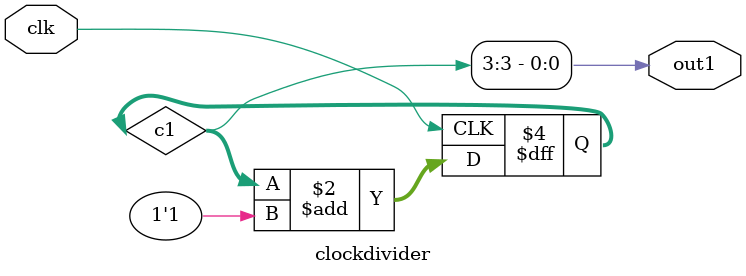
<source format=v>
module clockdivider (
    input wire clk,
    output wire out1
);
reg [3:0] c1 = 4'b0;
always @(posedge clk) begin
        c1 <= c1 + 1'b1;
end
assign out1 = c1[3];  // Simplified output assignment 27MHz/16
endmodule
</source>
